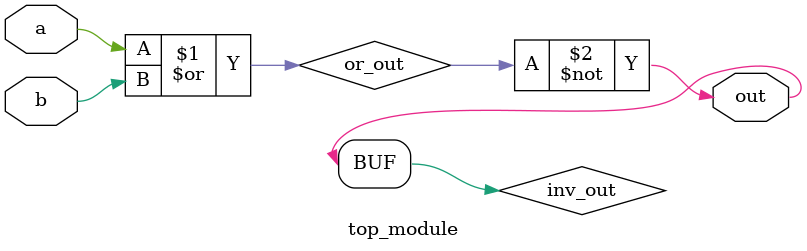
<source format=sv>
module top_module(
    input a, 
    input b,
    output out
);

// OR gate
wire or_out;
assign or_out = a | b;

// Inverter
wire inv_out;
assign inv_out = ~or_out;

// Output
assign out = inv_out;

endmodule

</source>
